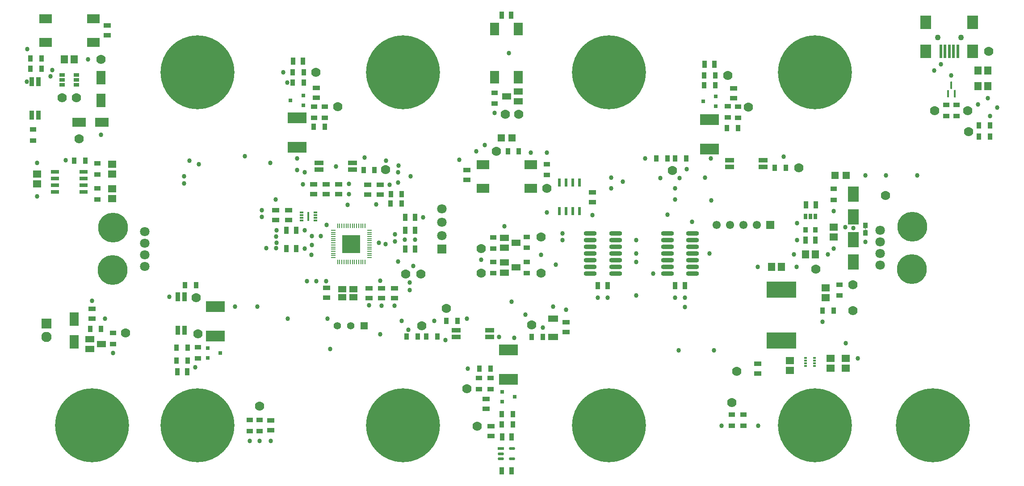
<source format=gts>
G04*
G04 #@! TF.GenerationSoftware,Altium Limited,Altium Designer,24.2.2 (26)*
G04*
G04 Layer_Color=8388736*
%FSLAX25Y25*%
%MOIN*%
G70*
G04*
G04 #@! TF.SameCoordinates,E85AF581-5EDA-4222-B011-A7CF2EBE2122*
G04*
G04*
G04 #@! TF.FilePolarity,Negative*
G04*
G01*
G75*
%ADD20C,0.00197*%
%ADD24R,0.04724X0.03543*%
%ADD26R,0.01480X0.05764*%
G04:AMPARAMS|DCode=27|XSize=57.64mil|YSize=14.8mil|CornerRadius=7.4mil|HoleSize=0mil|Usage=FLASHONLY|Rotation=90.000|XOffset=0mil|YOffset=0mil|HoleType=Round|Shape=RoundedRectangle|*
%AMROUNDEDRECTD27*
21,1,0.05764,0.00000,0,0,90.0*
21,1,0.04284,0.01480,0,0,90.0*
1,1,0.01480,0.00000,0.02142*
1,1,0.01480,0.00000,-0.02142*
1,1,0.01480,0.00000,-0.02142*
1,1,0.01480,0.00000,0.02142*
%
%ADD27ROUNDEDRECTD27*%
%ADD28R,0.03543X0.04724*%
%ADD29R,0.05512X0.03740*%
%ADD32R,0.03740X0.05512*%
%ADD34R,0.03150X0.04134*%
%ADD35R,0.05727X0.06127*%
G04:AMPARAMS|DCode=41|XSize=47.45mil|YSize=20.95mil|CornerRadius=10.48mil|HoleSize=0mil|Usage=FLASHONLY|Rotation=0.000|XOffset=0mil|YOffset=0mil|HoleType=Round|Shape=RoundedRectangle|*
%AMROUNDEDRECTD41*
21,1,0.04745,0.00000,0,0,0.0*
21,1,0.02650,0.02095,0,0,0.0*
1,1,0.02095,0.01325,0.00000*
1,1,0.02095,-0.01325,0.00000*
1,1,0.02095,-0.01325,0.00000*
1,1,0.02095,0.01325,0.00000*
%
%ADD41ROUNDEDRECTD41*%
%ADD42R,0.04745X0.02095*%
%ADD44R,0.06890X0.10433*%
%ADD46R,0.02362X0.06102*%
%ADD47R,0.06127X0.05727*%
%ADD48R,0.02264X0.01575*%
G04:AMPARAMS|DCode=49|XSize=9.87mil|YSize=36.45mil|CornerRadius=1.98mil|HoleSize=0mil|Usage=FLASHONLY|Rotation=0.000|XOffset=0mil|YOffset=0mil|HoleType=Round|Shape=RoundedRectangle|*
%AMROUNDEDRECTD49*
21,1,0.00987,0.03248,0,0,0.0*
21,1,0.00591,0.03645,0,0,0.0*
1,1,0.00397,0.00295,-0.01624*
1,1,0.00397,-0.00295,-0.01624*
1,1,0.00397,-0.00295,0.01624*
1,1,0.00397,0.00295,0.01624*
%
%ADD49ROUNDEDRECTD49*%
G04:AMPARAMS|DCode=51|XSize=36.45mil|YSize=9.87mil|CornerRadius=1.98mil|HoleSize=0mil|Usage=FLASHONLY|Rotation=0.000|XOffset=0mil|YOffset=0mil|HoleType=Round|Shape=RoundedRectangle|*
%AMROUNDEDRECTD51*
21,1,0.03645,0.00591,0,0,0.0*
21,1,0.03248,0.00987,0,0,0.0*
1,1,0.00397,0.01624,-0.00295*
1,1,0.00397,-0.01624,-0.00295*
1,1,0.00397,-0.01624,0.00295*
1,1,0.00397,0.01624,0.00295*
%
%ADD51ROUNDEDRECTD51*%
%ADD52R,0.03150X0.03150*%
%ADD54R,0.02362X0.09843*%
%ADD55R,0.07874X0.09843*%
G04:AMPARAMS|DCode=58|XSize=61.02mil|YSize=23.62mil|CornerRadius=2.01mil|HoleSize=0mil|Usage=FLASHONLY|Rotation=0.000|XOffset=0mil|YOffset=0mil|HoleType=Round|Shape=RoundedRectangle|*
%AMROUNDEDRECTD58*
21,1,0.06102,0.01961,0,0,0.0*
21,1,0.05701,0.02362,0,0,0.0*
1,1,0.00402,0.02850,-0.00980*
1,1,0.00402,-0.02850,-0.00980*
1,1,0.00402,-0.02850,0.00980*
1,1,0.00402,0.02850,0.00980*
%
%ADD58ROUNDEDRECTD58*%
%ADD59R,0.10433X0.06890*%
G04:AMPARAMS|DCode=60|XSize=43.31mil|YSize=23.62mil|CornerRadius=2.01mil|HoleSize=0mil|Usage=FLASHONLY|Rotation=0.000|XOffset=0mil|YOffset=0mil|HoleType=Round|Shape=RoundedRectangle|*
%AMROUNDEDRECTD60*
21,1,0.04331,0.01961,0,0,0.0*
21,1,0.03929,0.02362,0,0,0.0*
1,1,0.00402,0.01965,-0.00980*
1,1,0.00402,-0.01965,-0.00980*
1,1,0.00402,-0.01965,0.00980*
1,1,0.00402,0.01965,0.00980*
%
%ADD60ROUNDEDRECTD60*%
%ADD61R,0.02756X0.01181*%
%ADD62R,0.02756X0.01181*%
%ADD63C,0.07000*%
%ADD64R,0.06512X0.04937*%
%ADD65R,0.05724X0.05724*%
%ADD66R,0.07890X0.11433*%
%ADD67R,0.03362X0.04347*%
%ADD68R,0.22260X0.12417*%
%ADD69O,0.09661X0.03362*%
%ADD70R,0.06984X0.03402*%
%ADD71R,0.07693X0.05134*%
%ADD72R,0.13992X0.08087*%
%ADD73R,0.05906X0.04724*%
%ADD74R,0.09268X0.06512*%
%ADD75R,0.01181X0.06693*%
%ADD76R,0.13205X0.13205*%
%ADD77R,0.03402X0.06984*%
%ADD78R,0.03756X0.03953*%
%ADD79R,0.06512X0.09268*%
%ADD80C,0.07087*%
%ADD81C,0.22260*%
%ADD82R,0.06102X0.06102*%
%ADD83C,0.06102*%
%ADD84R,0.05469X0.05469*%
%ADD85C,0.05469*%
%ADD86C,0.55181*%
%ADD87C,0.07693*%
%ADD88R,0.07693X0.07693*%
%ADD89C,0.07102*%
%ADD90R,0.07102X0.07102*%
%ADD91C,0.04331*%
%ADD92C,0.03402*%
D20*
X1243916Y587503D02*
X1245884D01*
Y588487D01*
X1245556Y588815D01*
X1244244D01*
X1243916Y588487D01*
Y587503D01*
X1245884Y590455D02*
X1243916D01*
X1244900Y589471D01*
Y590783D01*
D24*
X992068Y583553D02*
D03*
Y575285D02*
D03*
X967151Y574892D02*
D03*
Y583159D02*
D03*
X967193Y556551D02*
D03*
Y564819D02*
D03*
X992068Y556551D02*
D03*
Y564819D02*
D03*
X1149900Y680834D02*
D03*
Y672566D02*
D03*
X1142278Y672731D02*
D03*
Y680999D02*
D03*
X1145195Y442566D02*
D03*
Y450834D02*
D03*
X1153900D02*
D03*
Y442566D02*
D03*
X956400Y478200D02*
D03*
Y469932D02*
D03*
X841418Y680834D02*
D03*
Y672567D02*
D03*
X683530Y503381D02*
D03*
Y511649D02*
D03*
X746900Y501062D02*
D03*
Y492795D02*
D03*
X623900Y663834D02*
D03*
Y655566D02*
D03*
X1225352Y539636D02*
D03*
Y547903D02*
D03*
X1304994Y673700D02*
D03*
Y681968D02*
D03*
X1312672Y673700D02*
D03*
Y681968D02*
D03*
X1221304Y619428D02*
D03*
Y611161D02*
D03*
X1007274Y637916D02*
D03*
Y629649D02*
D03*
X968042Y691227D02*
D03*
Y682960D02*
D03*
X964992Y469932D02*
D03*
Y478200D02*
D03*
X833642Y680834D02*
D03*
Y672567D02*
D03*
X792900Y446834D02*
D03*
Y438566D02*
D03*
X785400D02*
D03*
Y446834D02*
D03*
X671858Y630060D02*
D03*
Y638328D02*
D03*
X671900Y611566D02*
D03*
Y619834D02*
D03*
D26*
X1306373Y690373D02*
D03*
D27*
X1311491D02*
D03*
X1308932Y696830D02*
D03*
D28*
X1132720Y704200D02*
D03*
X1124453D02*
D03*
X1102904Y642050D02*
D03*
X1111172D02*
D03*
X1088766D02*
D03*
X1097034D02*
D03*
X925350Y508964D02*
D03*
X917082D02*
D03*
X902582D02*
D03*
X910850D02*
D03*
X890582Y608400D02*
D03*
X898850D02*
D03*
X898966Y615502D02*
D03*
X890698D02*
D03*
X666355Y514649D02*
D03*
X674623D02*
D03*
X739245Y500789D02*
D03*
X730977D02*
D03*
X737172Y547386D02*
D03*
X745439D02*
D03*
X739140Y491048D02*
D03*
X730872D02*
D03*
X1212741Y528552D02*
D03*
X1221009D02*
D03*
X1337782Y658424D02*
D03*
X1329514D02*
D03*
Y666700D02*
D03*
X1337782D02*
D03*
X1149668Y664700D02*
D03*
X1141400D02*
D03*
X1132720Y696700D02*
D03*
X1124453D02*
D03*
X932266Y520866D02*
D03*
X940534D02*
D03*
X956766Y485200D02*
D03*
X965034D02*
D03*
X841418Y665700D02*
D03*
X833150D02*
D03*
X1004034Y508700D02*
D03*
X995766D02*
D03*
X973580Y451200D02*
D03*
X981847D02*
D03*
Y443421D02*
D03*
X973580D02*
D03*
X878627Y633571D02*
D03*
X870360D02*
D03*
X825731Y698700D02*
D03*
X817464D02*
D03*
Y706480D02*
D03*
X825731D02*
D03*
X662869Y640493D02*
D03*
X654601D02*
D03*
X621735Y716700D02*
D03*
X630002D02*
D03*
X621735Y709078D02*
D03*
X630002D02*
D03*
X1177164Y635200D02*
D03*
X1185432D02*
D03*
X978042Y647522D02*
D03*
X986310D02*
D03*
D29*
X1146420Y687161D02*
D03*
Y694444D02*
D03*
X1164561Y481551D02*
D03*
Y488835D02*
D03*
X1041077Y609541D02*
D03*
Y616824D02*
D03*
X1021400Y519713D02*
D03*
Y512430D02*
D03*
X961786Y462486D02*
D03*
Y455202D02*
D03*
X893365Y545079D02*
D03*
Y537795D02*
D03*
X874458Y545079D02*
D03*
Y537795D02*
D03*
X842662Y538090D02*
D03*
Y545374D02*
D03*
X804852Y603523D02*
D03*
Y596239D02*
D03*
X873411Y622491D02*
D03*
Y615207D02*
D03*
X851752Y615502D02*
D03*
Y622786D02*
D03*
X679209Y734272D02*
D03*
Y741555D02*
D03*
X801200Y439017D02*
D03*
Y446300D02*
D03*
X965386Y434692D02*
D03*
Y441976D02*
D03*
X947600Y633500D02*
D03*
Y626217D02*
D03*
X835020Y694726D02*
D03*
Y687442D02*
D03*
X814402Y596239D02*
D03*
Y603523D02*
D03*
X833052Y615502D02*
D03*
Y622786D02*
D03*
X842620Y615500D02*
D03*
Y622784D02*
D03*
X882880Y615205D02*
D03*
Y622489D02*
D03*
X883865Y545079D02*
D03*
Y537795D02*
D03*
X667660Y522393D02*
D03*
Y529676D02*
D03*
D32*
X1207850Y607596D02*
D03*
X1200567D02*
D03*
X1207406Y581086D02*
D03*
X1200123D02*
D03*
X1102841Y547200D02*
D03*
X1110124D02*
D03*
X1045117Y547200D02*
D03*
X1052400D02*
D03*
X973385Y408851D02*
D03*
X980668D02*
D03*
X901401Y588512D02*
D03*
X908684D02*
D03*
X901401Y598109D02*
D03*
X908684D02*
D03*
X738700Y482900D02*
D03*
X731417D02*
D03*
X817873Y714900D02*
D03*
X825157D02*
D03*
X1124945Y712400D02*
D03*
X1132228D02*
D03*
X980634Y749210D02*
D03*
X973350D02*
D03*
X820012Y588553D02*
D03*
X812729D02*
D03*
X820065Y574741D02*
D03*
X812782D02*
D03*
X901401Y574338D02*
D03*
X908684D02*
D03*
X980963Y434200D02*
D03*
X973680D02*
D03*
D34*
X1200102Y598695D02*
D03*
X1203842D02*
D03*
X1207582D02*
D03*
D35*
X1200119Y570432D02*
D03*
X1207409D02*
D03*
X1174725Y561000D02*
D03*
X1182014D02*
D03*
X1328921Y696062D02*
D03*
X1336210D02*
D03*
X1328921Y707794D02*
D03*
X1336210D02*
D03*
X647255Y715991D02*
D03*
X654545D02*
D03*
D41*
X981246Y425346D02*
D03*
Y417865D02*
D03*
X972975D02*
D03*
Y421606D02*
D03*
D42*
Y425346D02*
D03*
D44*
X654548Y505267D02*
D03*
Y522196D02*
D03*
X674634Y702500D02*
D03*
Y685570D02*
D03*
D46*
X1031600Y602795D02*
D03*
X1026600D02*
D03*
X1021600D02*
D03*
X1016600D02*
D03*
Y624055D02*
D03*
X1021600D02*
D03*
X1026600D02*
D03*
X1031600D02*
D03*
D47*
X1221009Y583530D02*
D03*
Y590820D02*
D03*
X1188475Y483864D02*
D03*
Y491153D02*
D03*
X1215270Y538156D02*
D03*
Y545446D02*
D03*
X1230134Y485485D02*
D03*
Y492775D02*
D03*
X1218844Y485485D02*
D03*
Y492775D02*
D03*
X626900Y623197D02*
D03*
Y630487D02*
D03*
X682700Y619345D02*
D03*
Y612055D02*
D03*
X682742Y637839D02*
D03*
Y630549D02*
D03*
D48*
X1200053Y487162D02*
D03*
Y489130D02*
D03*
Y491099D02*
D03*
Y493067D02*
D03*
X1206651D02*
D03*
Y491099D02*
D03*
Y489130D02*
D03*
Y487162D02*
D03*
D49*
X851016Y564752D02*
D03*
X852591D02*
D03*
X854166D02*
D03*
X855741D02*
D03*
X857316D02*
D03*
X858890D02*
D03*
X860465D02*
D03*
X862040D02*
D03*
X863615D02*
D03*
X865189D02*
D03*
X866764D02*
D03*
X868339D02*
D03*
X869914D02*
D03*
X871489D02*
D03*
Y591799D02*
D03*
X869914D02*
D03*
X868339D02*
D03*
X866764D02*
D03*
X865189D02*
D03*
X863615D02*
D03*
X862040D02*
D03*
X860465D02*
D03*
X858890D02*
D03*
X857316D02*
D03*
X855741D02*
D03*
X854166D02*
D03*
X852591D02*
D03*
X851016D02*
D03*
D51*
X847729Y588512D02*
D03*
Y586937D02*
D03*
Y585362D02*
D03*
Y583787D02*
D03*
Y582212D02*
D03*
Y580638D02*
D03*
Y579063D02*
D03*
Y577488D02*
D03*
Y575913D02*
D03*
Y574338D02*
D03*
Y572764D02*
D03*
Y571189D02*
D03*
Y569614D02*
D03*
Y568039D02*
D03*
X874776D02*
D03*
Y569614D02*
D03*
Y571189D02*
D03*
Y572764D02*
D03*
Y574338D02*
D03*
Y575913D02*
D03*
Y577488D02*
D03*
Y580638D02*
D03*
Y579063D02*
D03*
Y582212D02*
D03*
Y583787D02*
D03*
Y585362D02*
D03*
Y586937D02*
D03*
Y588512D02*
D03*
D52*
X763624Y496732D02*
D03*
X754176Y492991D02*
D03*
Y500472D02*
D03*
X1133311Y680960D02*
D03*
Y688440D02*
D03*
X1123862Y684700D02*
D03*
X973660Y467940D02*
D03*
Y460460D02*
D03*
X983109Y464200D02*
D03*
X825353Y681637D02*
D03*
Y689117D02*
D03*
X815905Y685377D02*
D03*
D54*
X1301120Y722243D02*
D03*
X1304270D02*
D03*
X1307420D02*
D03*
X1310569D02*
D03*
X1313719D02*
D03*
D55*
X1289900Y743700D02*
D03*
X1324939D02*
D03*
X1289939Y722243D02*
D03*
X1324939D02*
D03*
D58*
X640270Y632200D02*
D03*
Y627200D02*
D03*
Y622200D02*
D03*
Y617200D02*
D03*
X661530D02*
D03*
Y622200D02*
D03*
Y627200D02*
D03*
Y632200D02*
D03*
D59*
X658197Y669200D02*
D03*
X675126D02*
D03*
D60*
X645585Y704513D02*
D03*
Y700773D02*
D03*
Y697033D02*
D03*
X656215D02*
D03*
Y700773D02*
D03*
Y704513D02*
D03*
D61*
X834364Y595747D02*
D03*
X834364Y601653D02*
D03*
X824127D02*
D03*
X824127Y595747D02*
D03*
D62*
X834364Y597716D02*
D03*
Y599684D02*
D03*
X824127D02*
D03*
Y597716D02*
D03*
D63*
X1002900Y583553D02*
D03*
X958048Y574892D02*
D03*
Y556551D02*
D03*
X1002900D02*
D03*
X1321900Y662200D02*
D03*
X1321245Y677834D02*
D03*
X1336699Y722243D02*
D03*
X1157609Y680357D02*
D03*
X1100739Y633231D02*
D03*
X1207782Y559300D02*
D03*
X913900Y517200D02*
D03*
X955156Y442007D02*
D03*
X901826Y555654D02*
D03*
X692975Y511763D02*
D03*
X658197Y656700D02*
D03*
X674634Y715991D02*
D03*
X1148923Y483000D02*
D03*
X947349Y470100D02*
D03*
X1235400Y528552D02*
D03*
X913015Y555936D02*
D03*
X746703Y511191D02*
D03*
X745439Y537998D02*
D03*
X1235400Y547903D02*
D03*
X1259671Y614409D02*
D03*
X1296421Y677834D02*
D03*
X1195296Y635200D02*
D03*
X1142039Y704242D02*
D03*
X1007274Y619728D02*
D03*
X986250Y675200D02*
D03*
X976309D02*
D03*
X1145195Y459748D02*
D03*
X932266Y530109D02*
D03*
X995766Y517944D02*
D03*
X886967Y633675D02*
D03*
X851044Y680855D02*
D03*
X834894Y706480D02*
D03*
X792900Y457200D02*
D03*
X645399Y687361D02*
D03*
X655987D02*
D03*
X969506Y647480D02*
D03*
D64*
X975492Y582765D02*
D03*
Y575285D02*
D03*
X984154Y579025D02*
D03*
X975492Y564425D02*
D03*
Y556945D02*
D03*
X984154Y560685D02*
D03*
X985758Y684720D02*
D03*
Y692200D02*
D03*
X977097Y688460D02*
D03*
X674871Y503523D02*
D03*
X666210Y499783D02*
D03*
Y507263D02*
D03*
D65*
X1230529Y629600D02*
D03*
X1222261D02*
D03*
X981290Y657522D02*
D03*
X973022D02*
D03*
D66*
X1235900Y598365D02*
D03*
Y615295D02*
D03*
Y581565D02*
D03*
Y564636D02*
D03*
D67*
X1207582Y588656D02*
D03*
X1200102D02*
D03*
D68*
X1182014Y506062D02*
D03*
Y544251D02*
D03*
D69*
X1058400Y556014D02*
D03*
Y561014D02*
D03*
Y566014D02*
D03*
Y571014D02*
D03*
Y576014D02*
D03*
Y581014D02*
D03*
Y586014D02*
D03*
X1039502Y556014D02*
D03*
Y561014D02*
D03*
Y566014D02*
D03*
Y571014D02*
D03*
Y576014D02*
D03*
Y581014D02*
D03*
Y586014D02*
D03*
X1115932Y555968D02*
D03*
Y560968D02*
D03*
Y565968D02*
D03*
Y570968D02*
D03*
Y575968D02*
D03*
Y580968D02*
D03*
Y585968D02*
D03*
X1097034Y555968D02*
D03*
Y560968D02*
D03*
Y565968D02*
D03*
Y570968D02*
D03*
Y575968D02*
D03*
Y580968D02*
D03*
Y585968D02*
D03*
D70*
X964624Y508857D02*
D03*
Y513858D02*
D03*
X939624Y508857D02*
D03*
Y513858D02*
D03*
X1143400Y640700D02*
D03*
Y635700D02*
D03*
X1168400Y640700D02*
D03*
Y635700D02*
D03*
X837284Y638675D02*
D03*
Y633675D02*
D03*
X862284Y638675D02*
D03*
Y633675D02*
D03*
D71*
X1011900Y522491D02*
D03*
Y508909D02*
D03*
D72*
X978387Y477157D02*
D03*
Y499243D02*
D03*
X759900Y509523D02*
D03*
Y531609D02*
D03*
X1128587Y649156D02*
D03*
Y671242D02*
D03*
X820826Y650500D02*
D03*
Y672586D02*
D03*
D73*
X854484Y544586D02*
D03*
X862751D02*
D03*
Y538287D02*
D03*
X854484D02*
D03*
D74*
X632987Y728842D02*
D03*
X668813D02*
D03*
X632987Y746558D02*
D03*
X668813D02*
D03*
X959426Y619728D02*
D03*
X995253D02*
D03*
X959426Y637444D02*
D03*
X995253D02*
D03*
D75*
X829246Y598700D02*
D03*
D76*
X861252Y578275D02*
D03*
D77*
X736725Y538676D02*
D03*
X731725D02*
D03*
X736725Y513676D02*
D03*
X731725D02*
D03*
X627837Y699322D02*
D03*
X622837D02*
D03*
X627837Y674322D02*
D03*
X622837D02*
D03*
D78*
X1244900Y586289D02*
D03*
Y591998D02*
D03*
D79*
X968042Y738613D02*
D03*
Y702787D02*
D03*
X985758Y738613D02*
D03*
Y702787D02*
D03*
D80*
X1255959Y571003D02*
D03*
Y562342D02*
D03*
Y579665D02*
D03*
Y588326D02*
D03*
X707030Y561553D02*
D03*
Y570215D02*
D03*
Y587537D02*
D03*
Y578876D02*
D03*
D81*
X1279459Y559326D02*
D03*
X1279975Y591082D02*
D03*
X683014Y558797D02*
D03*
X683530Y590553D02*
D03*
D82*
X1173932Y592560D02*
D03*
D83*
X1163932D02*
D03*
X1153932D02*
D03*
X1143932D02*
D03*
X1133932D02*
D03*
D84*
X870890Y517224D02*
D03*
D85*
X860890D02*
D03*
X850890D02*
D03*
D86*
X667660Y442700D02*
D03*
X1295282D02*
D03*
X746400D02*
D03*
Y706480D02*
D03*
X899943D02*
D03*
Y442700D02*
D03*
X1053487D02*
D03*
Y706480D02*
D03*
X1207030D02*
D03*
Y442700D02*
D03*
D87*
X633900Y508732D02*
D03*
D88*
Y518731D02*
D03*
D89*
X928889Y604339D02*
D03*
Y594339D02*
D03*
Y584339D02*
D03*
D90*
Y574338D02*
D03*
D91*
X1298758Y732401D02*
D03*
X1316081D02*
D03*
D92*
X687345Y442700D02*
D03*
X686158Y449433D02*
D03*
X682739Y455353D02*
D03*
X677502Y459748D02*
D03*
X671078Y462086D02*
D03*
X664242D02*
D03*
X657817Y459748D02*
D03*
X652580Y455353D02*
D03*
X649162Y449433D02*
D03*
X647975Y442700D02*
D03*
X649162Y435967D02*
D03*
X652580Y430047D02*
D03*
X657817Y425652D02*
D03*
X664242Y423314D02*
D03*
X671078D02*
D03*
X677502Y425652D02*
D03*
X682739Y430047D02*
D03*
X686158Y435967D02*
D03*
X648018Y640638D02*
D03*
X1055058Y627718D02*
D03*
Y619728D02*
D03*
X1086601Y555992D02*
D03*
X1041035Y599750D02*
D03*
X1007290Y601876D02*
D03*
X1018900Y580968D02*
D03*
X1018946Y586014D02*
D03*
X1129472Y642264D02*
D03*
X1063715Y624783D02*
D03*
X1111400Y634200D02*
D03*
X982914Y507981D02*
D03*
X1004086Y515648D02*
D03*
X1110124Y538200D02*
D03*
X1128587Y570968D02*
D03*
X1102841Y538200D02*
D03*
X1045117Y538200D02*
D03*
X1073897Y539868D02*
D03*
X1052400Y538200D02*
D03*
X1105500Y498700D02*
D03*
X1164593Y561000D02*
D03*
X1021400Y529200D02*
D03*
X1313780Y435967D02*
D03*
X1310362Y430047D02*
D03*
X1305124Y425652D02*
D03*
X1298700Y423314D02*
D03*
X1291864D02*
D03*
X1285439Y425652D02*
D03*
X1280202Y430047D02*
D03*
X1276784Y435967D02*
D03*
X1275597Y442700D02*
D03*
X1276784Y449433D02*
D03*
X1280202Y455353D02*
D03*
X1285439Y459748D02*
D03*
X1291864Y462086D02*
D03*
X1298700D02*
D03*
X1305124Y459748D02*
D03*
X1310362Y455353D02*
D03*
X1313780Y449433D02*
D03*
X1314967Y442700D02*
D03*
X764898Y435967D02*
D03*
X761480Y430047D02*
D03*
X756243Y425652D02*
D03*
X749818Y423314D02*
D03*
X742982D02*
D03*
X736557Y425652D02*
D03*
X731320Y430047D02*
D03*
X727902Y435967D02*
D03*
X726715Y442700D02*
D03*
X727902Y449433D02*
D03*
X731320Y455353D02*
D03*
X736557Y459748D02*
D03*
X742982Y462086D02*
D03*
X749818D02*
D03*
X756243Y459748D02*
D03*
X761480Y455353D02*
D03*
X764898Y449433D02*
D03*
X766085Y442700D02*
D03*
X764898Y699747D02*
D03*
X761480Y693826D02*
D03*
X756243Y689432D02*
D03*
X749818Y687094D02*
D03*
X742982D02*
D03*
X736557Y689432D02*
D03*
X731320Y693826D02*
D03*
X727902Y699747D02*
D03*
X726715Y706480D02*
D03*
X727902Y713212D02*
D03*
X731320Y719133D02*
D03*
X736557Y723527D02*
D03*
X742982Y725866D02*
D03*
X749818D02*
D03*
X756243Y723527D02*
D03*
X761480Y719133D02*
D03*
X764898Y713212D02*
D03*
X766085Y706480D02*
D03*
X918441Y699747D02*
D03*
X915023Y693826D02*
D03*
X909786Y689432D02*
D03*
X903362Y687094D02*
D03*
X896525D02*
D03*
X890101Y689432D02*
D03*
X884864Y693826D02*
D03*
X881446Y699747D02*
D03*
X880258Y706480D02*
D03*
X881446Y713212D02*
D03*
X884864Y719133D02*
D03*
X890101Y723527D02*
D03*
X896525Y725866D02*
D03*
X903362D02*
D03*
X909786Y723527D02*
D03*
X915023Y719133D02*
D03*
X918441Y713212D02*
D03*
X919628Y706480D02*
D03*
X918441Y435967D02*
D03*
X915023Y430047D02*
D03*
X909786Y425652D02*
D03*
X903362Y423314D02*
D03*
X896525D02*
D03*
X890101Y425652D02*
D03*
X884864Y430047D02*
D03*
X881446Y435967D02*
D03*
X880258Y442700D02*
D03*
X881446Y449433D02*
D03*
X884864Y455353D02*
D03*
X890101Y459748D02*
D03*
X896525Y462086D02*
D03*
X903362D02*
D03*
X909786Y459748D02*
D03*
X915023Y455353D02*
D03*
X918441Y449433D02*
D03*
X919628Y442700D02*
D03*
X1071984Y435967D02*
D03*
X1068566Y430047D02*
D03*
X1063329Y425652D02*
D03*
X1056905Y423314D02*
D03*
X1050068D02*
D03*
X1043644Y425652D02*
D03*
X1038407Y430047D02*
D03*
X1034989Y435967D02*
D03*
X1033802Y442700D02*
D03*
X1034989Y449433D02*
D03*
X1038407Y455353D02*
D03*
X1043644Y459748D02*
D03*
X1050068Y462086D02*
D03*
X1056905D02*
D03*
X1063329Y459748D02*
D03*
X1068566Y455353D02*
D03*
X1071984Y449433D02*
D03*
X1073172Y442700D02*
D03*
X1071984Y699747D02*
D03*
X1068566Y693826D02*
D03*
X1063329Y689432D02*
D03*
X1056905Y687094D02*
D03*
X1050068D02*
D03*
X1043644Y689432D02*
D03*
X1038407Y693826D02*
D03*
X1034989Y699747D02*
D03*
X1033802Y706480D02*
D03*
X1034989Y713212D02*
D03*
X1038407Y719133D02*
D03*
X1043644Y723527D02*
D03*
X1050068Y725866D02*
D03*
X1056905D02*
D03*
X1063329Y723527D02*
D03*
X1068566Y719133D02*
D03*
X1071984Y713212D02*
D03*
X1073172Y706480D02*
D03*
X1225528Y699747D02*
D03*
X1222110Y693826D02*
D03*
X1216873Y689432D02*
D03*
X1210448Y687094D02*
D03*
X1203612D02*
D03*
X1197187Y689432D02*
D03*
X1191950Y693826D02*
D03*
X1188532Y699747D02*
D03*
X1187345Y706480D02*
D03*
X1188532Y713212D02*
D03*
X1191950Y719133D02*
D03*
X1197187Y723527D02*
D03*
X1203612Y725866D02*
D03*
X1210448D02*
D03*
X1216873Y723527D02*
D03*
X1222110Y719133D02*
D03*
X1225528Y713212D02*
D03*
X1226715Y706480D02*
D03*
X1225528Y435967D02*
D03*
X1222110Y430047D02*
D03*
X1216873Y425652D02*
D03*
X1210448Y423314D02*
D03*
X1203612D02*
D03*
X1197187Y425652D02*
D03*
X1191950Y430047D02*
D03*
X1188532Y435967D02*
D03*
X1187345Y442700D02*
D03*
X1188532Y449433D02*
D03*
X1191950Y455353D02*
D03*
X1197187Y459748D02*
D03*
X1203612Y462086D02*
D03*
X1210448D02*
D03*
X1216873Y459748D02*
D03*
X1222110Y455353D02*
D03*
X1225528Y449433D02*
D03*
X1226715Y442700D02*
D03*
X1244766Y629500D02*
D03*
X991280Y525564D02*
D03*
X1235900Y590080D02*
D03*
X747605Y637651D02*
D03*
X858445Y607558D02*
D03*
X842890Y592303D02*
D03*
X619040Y699322D02*
D03*
X638072Y708110D02*
D03*
X948178Y485200D02*
D03*
X1129726Y610879D02*
D03*
X1102841Y619728D02*
D03*
X1106152Y627483D02*
D03*
X1221051Y574857D02*
D03*
X1221051Y602893D02*
D03*
X1193776Y593683D02*
D03*
X1216882Y570432D02*
D03*
X978868Y720700D02*
D03*
X683530Y496885D02*
D03*
X1229655Y590820D02*
D03*
X1230092Y504134D02*
D03*
X1239200Y492775D02*
D03*
X1131900Y498700D02*
D03*
X1125043Y627718D02*
D03*
X813936Y522535D02*
D03*
X843316D02*
D03*
X849784Y636175D02*
D03*
X887014Y640388D02*
D03*
X896525Y636622D02*
D03*
X896188Y631633D02*
D03*
X871125Y642701D02*
D03*
X826631Y631694D02*
D03*
X1260037Y629600D02*
D03*
X1283600D02*
D03*
X1337648Y673700D02*
D03*
X1244900Y579665D02*
D03*
X886751Y578139D02*
D03*
X896298Y565150D02*
D03*
X881896Y579025D02*
D03*
X1102939Y611423D02*
D03*
X893830Y580244D02*
D03*
X797900Y575171D02*
D03*
X805256D02*
D03*
X1013869Y562788D02*
D03*
X907602Y561634D02*
D03*
X1073900Y564819D02*
D03*
X958056Y566394D02*
D03*
X831594Y570205D02*
D03*
X805400Y588364D02*
D03*
X805256Y583787D02*
D03*
X1191575Y570432D02*
D03*
X1193658Y581086D02*
D03*
X801242Y431200D02*
D03*
X674634Y659700D02*
D03*
X845516Y499783D02*
D03*
X903788Y514049D02*
D03*
X898676Y520866D02*
D03*
X980952Y534999D02*
D03*
X1193532Y561000D02*
D03*
X1212741Y520200D02*
D03*
X905338Y628645D02*
D03*
X896188Y623964D02*
D03*
X1115569Y594932D02*
D03*
X1110124Y531109D02*
D03*
X800900Y638892D02*
D03*
X804852Y611601D02*
D03*
X820826Y642014D02*
D03*
X889933Y622491D02*
D03*
X879731Y607653D02*
D03*
X914917Y598109D02*
D03*
X971414Y508700D02*
D03*
X1091719Y627483D02*
D03*
X1097034Y600137D02*
D03*
X941900Y641126D02*
D03*
X1007274Y646366D02*
D03*
X995253Y646366D02*
D03*
X1080400Y642050D02*
D03*
X947344Y522491D02*
D03*
X923184Y520907D02*
D03*
X1073900Y571014D02*
D03*
X1002900Y570205D02*
D03*
X882649Y510933D02*
D03*
X893830Y585362D02*
D03*
X931400Y506307D02*
D03*
X901253Y581425D02*
D03*
X838528Y583974D02*
D03*
X1011900Y531599D02*
D03*
X1073900Y581014D02*
D03*
X975492Y591366D02*
D03*
X904793Y543701D02*
D03*
X904747Y549499D02*
D03*
X874458Y532288D02*
D03*
X954460Y647480D02*
D03*
X831781Y584161D02*
D03*
X831674Y577595D02*
D03*
X826338Y574699D02*
D03*
X859641Y615502D02*
D03*
Y623178D02*
D03*
X824996Y622786D02*
D03*
X794503Y603523D02*
D03*
Y598306D02*
D03*
X736557Y628836D02*
D03*
Y623475D02*
D03*
X740524Y640493D02*
D03*
X805400Y579063D02*
D03*
X826338Y588554D02*
D03*
X781814Y643786D02*
D03*
X828307Y550524D02*
D03*
X835191D02*
D03*
X842641D02*
D03*
X908684Y581573D02*
D03*
X882649Y550665D02*
D03*
X893365Y531988D02*
D03*
X883865D02*
D03*
X813585Y698700D02*
D03*
X820826Y633529D02*
D03*
X1137400Y442566D02*
D03*
X1164900D02*
D03*
X1183802Y643515D02*
D03*
X810400Y706480D02*
D03*
X774400Y531609D02*
D03*
X791247D02*
D03*
X725400Y538676D02*
D03*
X744932Y486200D02*
D03*
X792900Y431200D02*
D03*
X785400D02*
D03*
X960812Y652200D02*
D03*
X968094Y676200D02*
D03*
X664693Y716032D02*
D03*
X636825Y703385D02*
D03*
X619569Y723920D02*
D03*
X626900Y638773D02*
D03*
Y613731D02*
D03*
X677502Y522393D02*
D03*
X667660Y535700D02*
D03*
X1328921Y682428D02*
D03*
X1296216Y707700D02*
D03*
X1301120Y712605D02*
D03*
X1308932Y704200D02*
D03*
X1343254Y679997D02*
D03*
X1336210Y687041D02*
D03*
M02*

</source>
